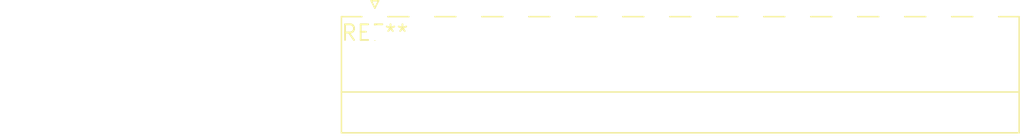
<source format=kicad_pcb>
(kicad_pcb (version 20240108) (generator pcbnew)
  (layers (0 "F.Cu" signal) (31 "B.Cu" signal) (34 "B.Paste" user) (35 "F.Paste" user) (36 "B.SilkS" user "B.Silkscreen") (37 "F.SilkS" user "F.Silkscreen") (38 "B.Mask" user) (39 "F.Mask" user) (44 "Edge.Cuts" user))
  (net 0 "")
  (footprint "PhoenixContact_MC_1,5_14-G-3.81_1x14_P3.81mm_Horizontal" (layer "F.Cu") (at 0 0)
    (property "Reference" "REF**")
    (property "Value" "PhoenixContact_MC_1,5_14-G-3.81_1x14_P3.81mm_Horizontal")
    (fp_line (start -2.71 -1.31) (end -2.71 8.11) (layer "F.SilkS") (stroke (width 0.12)))
    (fp_line (start -2.71 -1.31) (end -1.05 -1.31) (layer "F.SilkS") (stroke (width 0.12)))
    (fp_line (start -2.71 4.8) (end 52.24 4.8) (layer "F.SilkS") (stroke (width 0.12)))
    (fp_line (start -2.71 8.11) (end 52.24 8.11) (layer "F.SilkS") (stroke (width 0.12)))
    (fp_line (start -0.3 -2.6) (end 0.3 -2.6) (layer "F.SilkS") (stroke (width 0.12)))
    (fp_line (start 0 -2) (end -0.3 -2.6) (layer "F.SilkS") (stroke (width 0.12)))
    (fp_line (start 0.3 -2.6) (end 0 -2) (layer "F.SilkS") (stroke (width 0.12)))
    (fp_line (start 1.05 -1.31) (end 2.76 -1.31) (layer "F.SilkS") (stroke (width 0.12)))
    (fp_line (start 4.86 -1.31) (end 6.57 -1.31) (layer "F.SilkS") (stroke (width 0.12)))
    (fp_line (start 8.67 -1.31) (end 10.38 -1.31) (layer "F.SilkS") (stroke (width 0.12)))
    (fp_line (start 12.48 -1.31) (end 14.19 -1.31) (layer "F.SilkS") (stroke (width 0.12)))
    (fp_line (start 16.29 -1.31) (end 18 -1.31) (layer "F.SilkS") (stroke (width 0.12)))
    (fp_line (start 20.1 -1.31) (end 21.81 -1.31) (layer "F.SilkS") (stroke (width 0.12)))
    (fp_line (start 23.91 -1.31) (end 25.62 -1.31) (layer "F.SilkS") (stroke (width 0.12)))
    (fp_line (start 27.72 -1.31) (end 29.43 -1.31) (layer "F.SilkS") (stroke (width 0.12)))
    (fp_line (start 31.53 -1.31) (end 33.24 -1.31) (layer "F.SilkS") (stroke (width 0.12)))
    (fp_line (start 35.34 -1.31) (end 37.05 -1.31) (layer "F.SilkS") (stroke (width 0.12)))
    (fp_line (start 39.15 -1.31) (end 40.86 -1.31) (layer "F.SilkS") (stroke (width 0.12)))
    (fp_line (start 42.96 -1.31) (end 44.67 -1.31) (layer "F.SilkS") (stroke (width 0.12)))
    (fp_line (start 46.77 -1.31) (end 48.48 -1.31) (layer "F.SilkS") (stroke (width 0.12)))
    (fp_line (start 52.24 -1.31) (end 50.58 -1.31) (layer "F.SilkS") (stroke (width 0.12)))
    (fp_line (start 52.24 8.11) (end 52.24 -1.31) (layer "F.SilkS") (stroke (width 0.12)))
    (pad "1" thru_hole roundrect (at 0 0) (size 1.8 3.6) (drill 1.2) (layers *.Cu *.Mask) (remove_unused_layers) (roundrect_rratio 0.138889))
    (pad "2" thru_hole oval (at 3.81 0) (size 1.8 3.6) (drill 1.2) (layers *.Cu *.Mask) (remove_unused_layers))
    (pad "3" thru_hole oval (at 7.62 0) (size 1.8 3.6) (drill 1.2) (layers *.Cu *.Mask) (remove_unused_layers))
    (pad "4" thru_hole oval (at 11.43 0) (size 1.8 3.6) (drill 1.2) (layers *.Cu *.Mask) (remove_unused_layers))
    (pad "5" thru_hole oval (at 15.24 0) (size 1.8 3.6) (drill 1.2) (layers *.Cu *.Mask) (remove_unused_layers))
    (pad "6" thru_hole oval (at 19.05 0) (size 1.8 3.6) (drill 1.2) (layers *.Cu *.Mask) (remove_unused_layers))
    (pad "7" thru_hole oval (at 22.86 0) (size 1.8 3.6) (drill 1.2) (layers *.Cu *.Mask) (remove_unused_layers))
    (pad "8" thru_hole oval (at 26.67 0) (size 1.8 3.6) (drill 1.2) (layers *.Cu *.Mask) (remove_unused_layers))
    (pad "9" thru_hole oval (at 30.48 0) (size 1.8 3.6) (drill 1.2) (layers *.Cu *.Mask) (remove_unused_layers))
    (pad "10" thru_hole oval (at 34.29 0) (size 1.8 3.6) (drill 1.2) (layers *.Cu *.Mask) (remove_unused_layers))
    (pad "11" thru_hole oval (at 38.1 0) (size 1.8 3.6) (drill 1.2) (layers *.Cu *.Mask) (remove_unused_layers))
    (pad "12" thru_hole oval (at 41.91 0) (size 1.8 3.6) (drill 1.2) (layers *.Cu *.Mask) (remove_unused_layers))
    (pad "13" thru_hole oval (at 45.72 0) (size 1.8 3.6) (drill 1.2) (layers *.Cu *.Mask) (remove_unused_layers))
    (pad "14" thru_hole oval (at 49.53 0) (size 1.8 3.6) (drill 1.2) (layers *.Cu *.Mask) (remove_unused_layers))
  )
)
</source>
